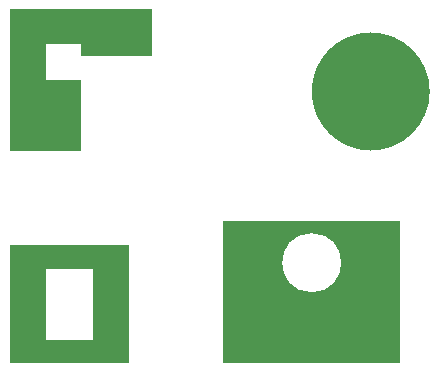
<source format=gbr>
G04 Test: Regions with holes using cut-ins*
G04 Tests creating holes using fully-coincident segments*
G04 Based on Gerber spec section 4.10.3 and 4.10.4.7*
%FSLAX26Y26*%
%MOMM*%
%LPD*%
G04 Example 1: Square with square hole using horizontal cut-in*
G04 Outer square with inner square hole connected by cut-in*
G36*
X2000000Y2000000D02*
G01*
X12000000D01*
Y12000000D01*
X2000000D01*
G04 Cut-in to inner hole (going right)*
Y7000000D01*
X5000000D01*
G04 Inner hole (counterclockwise to keep inside on left)*
Y10000000D01*
X9000000D01*
Y4000000D01*
X5000000D01*
G04 Cut-in return (going left)*
Y7000000D01*
X2000000D01*
G04 Close outer contour*
Y2000000D01*
G37*
G04 Example 2: Rectangle with circular hole using vertical cut-in*
G36*
X20000000Y2000000D02*
G01*
X35000000D01*
Y14000000D01*
X20000000D01*
Y8000000D01*
G04 Vertical cut-in going up*
X27500000D01*
G75*
G04 Circle hole (clockwise to keep inside on left when going up)*
G02*
X27500000Y8000000I0J2500000D01*
G04 Cut-in return going down*
G01*
X20000000D01*
Y2000000D01*
G37*
G04 Example 3: L-shape with hole*
G36*
X2000000Y20000000D02*
G01*
X8000000D01*
Y28000000D01*
X14000000D01*
Y32000000D01*
X2000000D01*
G04 Cut-in to hole*
Y26000000D01*
X5000000D01*
G04 Hole (square, counterclockwise)*
Y29000000D01*
X8000000D01*
Y26000000D01*
G04 Cut-in return*
X2000000D01*
Y20000000D01*
G37*
G04 Example 4: Ring using two separate contours (alternative to cut-in)*
G04 Outer circle*
G36*
X27500000Y25000000D02*
G75*
G03*
X27500000Y25000000I5000000J0D01*
G04 Start new contour for inner circle (opposite direction)*
X27500000Y25000000D02*
G02*
X27500000Y25000000I2500000J0D01*
G37*
M02*

</source>
